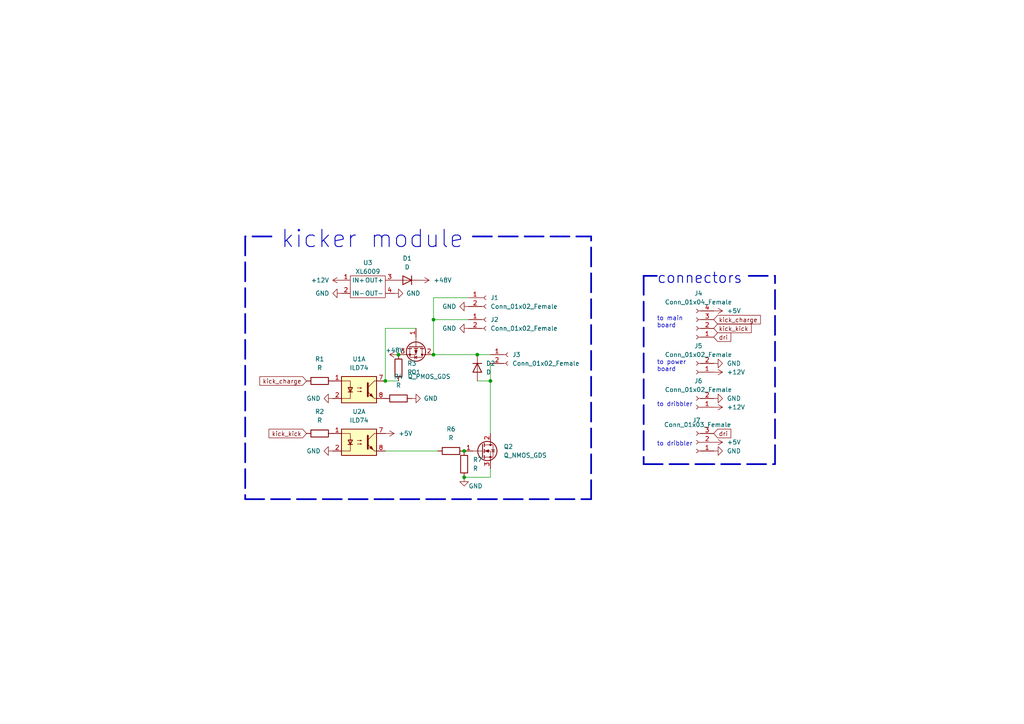
<source format=kicad_sch>
(kicad_sch (version 20211123) (generator eeschema)
  (paper "A4")
  (lib_symbols
    (symbol "Connector:Conn_01x02_Female" (pin_names (offset 1.016) hide)
      (property "Reference" "J" (at 0 2.54 0))
      (property "Value" "Conn_01x02_Female" (at 0 -5.08 0))
      (symbol "Conn_01x02_Female_1_1"
        (arc (start 0 -2.032) (mid -0.508 -2.54) (end 0 -3.048) (stroke (width 0.1524)))
        (polyline (pts (xy -1.27 -2.54) (xy -0.508 -2.54)) (stroke (width 0.1524)))
        (polyline (pts (xy -1.27 0) (xy -0.508 0)) (stroke (width 0.1524)))
        (arc (start 0 0.508) (mid -0.508 0) (end 0 -0.508) (stroke (width 0.1524)))
        (pin passive line (at -5.08 0 0) (length 3.81) (name "Pin_1") (number "1"))
        (pin passive line (at -5.08 -2.54 0) (length 3.81) (name "Pin_2") (number "2"))
      )
    )
    (symbol "Connector:Conn_01x03_Female" (pin_names (offset 1.016) hide)
      (property "Reference" "J" (at 0 5.08 0))
      (property "Value" "Conn_01x03_Female" (at 0 -5.08 0))
      (symbol "Conn_01x03_Female_1_1"
        (arc (start 0 -2.032) (mid -0.508 -2.54) (end 0 -3.048) (stroke (width 0.1524)))
        (polyline (pts (xy -1.27 -2.54) (xy -0.508 -2.54)) (stroke (width 0.1524)))
        (polyline (pts (xy -1.27 0) (xy -0.508 0)) (stroke (width 0.1524)))
        (polyline (pts (xy -1.27 2.54) (xy -0.508 2.54)) (stroke (width 0.1524)))
        (arc (start 0 0.508) (mid -0.508 0) (end 0 -0.508) (stroke (width 0.1524)))
        (arc (start 0 3.048) (mid -0.508 2.54) (end 0 2.032) (stroke (width 0.1524)))
        (pin passive line (at -5.08 2.54 0) (length 3.81) (name "Pin_1") (number "1"))
        (pin passive line (at -5.08 0 0) (length 3.81) (name "Pin_2") (number "2"))
        (pin passive line (at -5.08 -2.54 0) (length 3.81) (name "Pin_3") (number "3"))
      )
    )
    (symbol "Connector:Conn_01x04_Female" (pin_names (offset 1.016) hide)
      (property "Reference" "J" (at 0 5.08 0))
      (property "Value" "Conn_01x04_Female" (at 0 -7.62 0))
      (symbol "Conn_01x04_Female_1_1"
        (arc (start 0 -4.572) (mid -0.508 -5.08) (end 0 -5.588) (stroke (width 0.1524)))
        (arc (start 0 -2.032) (mid -0.508 -2.54) (end 0 -3.048) (stroke (width 0.1524)))
        (polyline (pts (xy -1.27 -5.08) (xy -0.508 -5.08)) (stroke (width 0.1524)))
        (polyline (pts (xy -1.27 -2.54) (xy -0.508 -2.54)) (stroke (width 0.1524)))
        (polyline (pts (xy -1.27 0) (xy -0.508 0)) (stroke (width 0.1524)))
        (polyline (pts (xy -1.27 2.54) (xy -0.508 2.54)) (stroke (width 0.1524)))
        (arc (start 0 0.508) (mid -0.508 0) (end 0 -0.508) (stroke (width 0.1524)))
        (arc (start 0 3.048) (mid -0.508 2.54) (end 0 2.032) (stroke (width 0.1524)))
        (pin passive line (at -5.08 2.54 0) (length 3.81) (name "Pin_1") (number "1"))
        (pin passive line (at -5.08 0 0) (length 3.81) (name "Pin_2") (number "2"))
        (pin passive line (at -5.08 -2.54 0) (length 3.81) (name "Pin_3") (number "3"))
        (pin passive line (at -5.08 -5.08 0) (length 3.81) (name "Pin_4") (number "4"))
      )
    )
    (symbol "Device:D" (pin_numbers hide) (pin_names (offset 1.016) hide)
      (property "Reference" "D" (at 0 2.54 0))
      (property "Value" "D" (at 0 -2.54 0))
      (symbol "D_0_1"
        (polyline (pts (xy -1.27 1.27) (xy -1.27 -1.27)) (stroke (width 0.254)))
        (polyline (pts (xy 1.27 0) (xy -1.27 0)))
        (polyline (pts (xy 1.27 1.27) (xy 1.27 -1.27) (xy -1.27 0) (xy 1.27 1.27)) (stroke (width 0.254)))
      )
      (symbol "D_1_1"
        (pin passive line (at -3.81 0 0) (length 2.54) (name "K") (number "1"))
        (pin passive line (at 3.81 0 180) (length 2.54) (name "A") (number "2"))
      )
    )
    (symbol "Device:Q_NMOS_GDS" (pin_names (offset 0) hide)
      (property "Reference" "Q" (at 5.08 1.27 0))
      (property "Value" "Q_NMOS_GDS" (at 5.08 -1.27 0))
      (symbol "Q_NMOS_GDS_0_1"
        (polyline (pts (xy 0.254 0) (xy -2.54 0)))
        (polyline (pts (xy 0.254 1.905) (xy 0.254 -1.905)) (stroke (width 0.254)))
        (polyline (pts (xy 0.762 -1.27) (xy 0.762 -2.286)) (stroke (width 0.254)))
        (polyline (pts (xy 0.762 0.508) (xy 0.762 -0.508)) (stroke (width 0.254)))
        (polyline (pts (xy 0.762 2.286) (xy 0.762 1.27)) (stroke (width 0.254)))
        (polyline (pts (xy 2.54 2.54) (xy 2.54 1.778)))
        (polyline (pts (xy 2.54 -2.54) (xy 2.54 0) (xy 0.762 0)))
        (polyline (pts (xy 0.762 -1.778) (xy 3.302 -1.778) (xy 3.302 1.778) (xy 0.762 1.778)))
        (polyline (pts (xy 1.016 0) (xy 2.032 0.381) (xy 2.032 -0.381) (xy 1.016 0)) (fill (type outline)))
        (polyline (pts (xy 2.794 0.508) (xy 2.921 0.381) (xy 3.683 0.381) (xy 3.81 0.254)))
        (polyline (pts (xy 3.302 0.381) (xy 2.921 -0.254) (xy 3.683 -0.254) (xy 3.302 0.381)))
        (circle (center 1.651 0) (radius 2.794) (stroke (width 0.254)))
        (circle (center 2.54 -1.778) (radius 0.254) (fill (type outline)))
        (circle (center 2.54 1.778) (radius 0.254) (fill (type outline)))
      )
      (symbol "Q_NMOS_GDS_1_1"
        (pin input line (at -5.08 0 0) (length 2.54) (name "G") (number "1"))
        (pin passive line (at 2.54 5.08 270) (length 2.54) (name "D") (number "2"))
        (pin passive line (at 2.54 -5.08 90) (length 2.54) (name "S") (number "3"))
      )
    )
    (symbol "Device:Q_PMOS_GDS" (pin_names (offset 0) hide)
      (property "Reference" "Q" (at 5.08 1.27 0))
      (property "Value" "Q_PMOS_GDS" (at 5.08 -1.27 0))
      (symbol "Q_PMOS_GDS_0_1"
        (polyline (pts (xy 0.254 0) (xy -2.54 0)))
        (polyline (pts (xy 0.254 1.905) (xy 0.254 -1.905)) (stroke (width 0.254)))
        (polyline (pts (xy 0.762 -1.27) (xy 0.762 -2.286)) (stroke (width 0.254)))
        (polyline (pts (xy 0.762 0.508) (xy 0.762 -0.508)) (stroke (width 0.254)))
        (polyline (pts (xy 0.762 2.286) (xy 0.762 1.27)) (stroke (width 0.254)))
        (polyline (pts (xy 2.54 2.54) (xy 2.54 1.778)))
        (polyline (pts (xy 2.54 -2.54) (xy 2.54 0) (xy 0.762 0)))
        (polyline (pts (xy 0.762 1.778) (xy 3.302 1.778) (xy 3.302 -1.778) (xy 0.762 -1.778)))
        (polyline (pts (xy 2.286 0) (xy 1.27 0.381) (xy 1.27 -0.381) (xy 2.286 0)) (fill (type outline)))
        (polyline (pts (xy 2.794 -0.508) (xy 2.921 -0.381) (xy 3.683 -0.381) (xy 3.81 -0.254)))
        (polyline (pts (xy 3.302 -0.381) (xy 2.921 0.254) (xy 3.683 0.254) (xy 3.302 -0.381)))
        (circle (center 1.651 0) (radius 2.794) (stroke (width 0.254)))
        (circle (center 2.54 -1.778) (radius 0.254) (fill (type outline)))
        (circle (center 2.54 1.778) (radius 0.254) (fill (type outline)))
      )
      (symbol "Q_PMOS_GDS_1_1"
        (pin input line (at -5.08 0 0) (length 2.54) (name "G") (number "1"))
        (pin passive line (at 2.54 5.08 270) (length 2.54) (name "D") (number "2"))
        (pin passive line (at 2.54 -5.08 90) (length 2.54) (name "S") (number "3"))
      )
    )
    (symbol "Device:R" (pin_numbers hide) (pin_names (offset 0))
      (property "Reference" "R" (at 2.032 0 90))
      (property "Value" "R" (at 0 0 90))
      (symbol "R_0_1"
        (rectangle (start -1.016 -2.54) (end 1.016 2.54) (stroke (width 0.254)))
      )
      (symbol "R_1_1"
        (pin passive line (at 0 3.81 270) (length 1.27) (name "~") (number "1"))
        (pin passive line (at 0 -3.81 90) (length 1.27) (name "~") (number "2"))
      )
    )
    (symbol "Isolator:ILD74" (pin_names (offset 1.016))
      (property "Reference" "U" (at -5.08 5.08 0))
      (property "Value" "ILD74" (at 0 5.08 0))
      (symbol "ILD74_0_1"
        (rectangle (start -5.08 3.81) (end 5.08 -3.81) (stroke (width 0.254)) (fill (type background)))
        (polyline (pts (xy -3.175 -0.635) (xy -1.905 -0.635)) (stroke (width 0.254)))
        (polyline (pts (xy 2.54 0.635) (xy 4.445 2.54)))
        (polyline (pts (xy 4.445 -2.54) (xy 2.54 -0.635)) (fill (type outline)))
        (polyline (pts (xy 4.445 -2.54) (xy 5.08 -2.54)))
        (polyline (pts (xy 4.445 2.54) (xy 5.08 2.54)))
        (polyline (pts (xy -5.08 2.54) (xy -2.54 2.54) (xy -2.54 0.635)))
        (polyline (pts (xy 2.54 1.905) (xy 2.54 -1.905) (xy 2.54 -1.905)) (stroke (width 0.508)))
        (polyline (pts (xy -2.54 -0.635) (xy -3.175 0.635) (xy -1.905 0.635) (xy -2.54 -0.635)) (stroke (width 0.254)))
        (polyline (pts (xy -2.54 -0.635) (xy -2.54 1.27) (xy -2.54 -2.54) (xy -5.08 -2.54)))
        (polyline (pts (xy -0.508 -0.508) (xy 0.762 -0.508) (xy 0.381 -0.635) (xy 0.381 -0.381) (xy 0.762 -0.508)))
        (polyline (pts (xy -0.508 0.508) (xy 0.762 0.508) (xy 0.381 0.381) (xy 0.381 0.635) (xy 0.762 0.508)))
        (polyline (pts (xy 3.048 -1.651) (xy 3.556 -1.143) (xy 4.064 -2.159) (xy 3.048 -1.651) (xy 3.048 -1.651)) (fill (type outline)))
      )
      (symbol "ILD74_1_1"
        (pin passive line (at -7.62 2.54 0) (length 2.54) (name "~") (number "1"))
        (pin passive line (at -7.62 -2.54 0) (length 2.54) (name "~") (number "2"))
        (pin passive line (at 7.62 2.54 180) (length 2.54) (name "~") (number "7"))
        (pin passive line (at 7.62 -2.54 180) (length 2.54) (name "~") (number "8"))
      )
      (symbol "ILD74_2_1"
        (pin passive line (at -7.62 -2.54 0) (length 2.54) (name "~") (number "3"))
        (pin passive line (at -7.62 2.54 0) (length 2.54) (name "~") (number "4"))
        (pin passive line (at 7.62 -2.54 180) (length 2.54) (name "~") (number "5"))
        (pin passive line (at 7.62 2.54 180) (length 2.54) (name "~") (number "6"))
      )
    )
    (symbol "XL6009:XL6009"
      (property "Reference" "U" (at 0 1.27 0))
      (property "Value" "XL6009" (at 0 -1.27 0))
      (symbol "XL6009_0_1"
        (rectangle (start -5.08 -2.54) (end 5.08 -8.89))
        (rectangle (start 19.05 6.35) (end 19.05 6.35))
      )
      (symbol "XL6009_1_1"
        (pin input line (at -7.62 -3.81 0) (length 2.54) (name "IN+") (number "1"))
        (pin input line (at -7.62 -7.62 0) (length 2.54) (name "IN-") (number "2"))
        (pin input line (at 7.62 -3.81 180) (length 2.54) (name "OUT+") (number "3"))
        (pin input line (at 7.62 -7.62 180) (length 2.54) (name "OUT-") (number "4"))
      )
    )
    (symbol "power:+12V" (power) (pin_names (offset 0))
      (property "Value" "+12V" (at 0 3.556 0))
      (symbol "+12V_0_1"
        (polyline (pts (xy -0.762 1.27) (xy 0 2.54)))
        (polyline (pts (xy 0 0) (xy 0 2.54)))
        (polyline (pts (xy 0 2.54) (xy 0.762 1.27)))
      )
      (symbol "+12V_1_1"
        (pin power_in line (at 0 0 90) (length 0) hide (name "+12V") (number "1"))
      )
    )
    (symbol "power:+48V" (power) (pin_names (offset 0))
      (property "Value" "+48V" (at 0 3.556 0))
      (symbol "+48V_0_1"
        (polyline (pts (xy -0.762 1.27) (xy 0 2.54)))
        (polyline (pts (xy 0 0) (xy 0 2.54)))
        (polyline (pts (xy 0 2.54) (xy 0.762 1.27)))
      )
      (symbol "+48V_1_1"
        (pin power_in line (at 0 0 90) (length 0) hide (name "+48V") (number "1"))
      )
    )
    (symbol "power:+5V" (power) (pin_names (offset 0))
      (property "Value" "+5V" (at 0 3.556 0))
      (symbol "+5V_0_1"
        (polyline (pts (xy -0.762 1.27) (xy 0 2.54)))
        (polyline (pts (xy 0 0) (xy 0 2.54)))
        (polyline (pts (xy 0 2.54) (xy 0.762 1.27)))
      )
      (symbol "+5V_1_1"
        (pin power_in line (at 0 0 90) (length 0) hide (name "+5V") (number "1"))
      )
    )
    (symbol "power:GND" (power) (pin_names (offset 0))
      (property "Value" "GND" (at 0 -3.81 0))
      (symbol "GND_0_1"
        (polyline (pts (xy 0 0) (xy 0 -1.27) (xy 1.27 -1.27) (xy 0 -2.54) (xy -1.27 -1.27) (xy 0 -1.27)))
      )
      (symbol "GND_1_1"
        (pin power_in line (at 0 0 270) (length 0) hide (name "GND") (number "1"))
      )
    )
  )
  (junction (at 111.76 110.49))
  (junction (at 125.73 102.87))
  (junction (at 138.43 102.87))
  (junction (at 134.62 138.43))
  (junction (at 142.24 110.49))
  (junction (at 115.57 102.87))
  (junction (at 134.62 130.81))
  (junction (at 125.73 92.71))
  (wire (pts (xy 125.73 92.71) (xy 125.73 102.87)))
  (wire (pts (xy 111.76 95.25) (xy 111.76 110.49)))
  (wire (pts (xy 127 130.81) (xy 111.76 130.81)))
  (polyline (pts (xy 137.16 68.58) (xy 171.45 68.58)) (stroke (width 0.5)))
  (polyline (pts (xy 186.69 80.01) (xy 186.69 134.62)) (stroke (width 0.5)))
  (wire (pts (xy 142.24 125.73) (xy 142.24 110.49)))
  (wire (pts (xy 120.65 95.25) (xy 111.76 95.25)))
  (polyline (pts (xy 224.79 134.62) (xy 224.79 80.01)) (stroke (width 0.5)))
  (polyline (pts (xy 217.17 80.01) (xy 224.79 80.01)) (stroke (width 0.5)))
  (polyline (pts (xy 190.5 80.01) (xy 186.69 80.01)) (stroke (width 0.5)))
  (wire (pts (xy 125.73 92.71) (xy 135.89 92.71)))
  (wire (pts (xy 142.24 110.49) (xy 142.24 105.41)))
  (wire (pts (xy 138.43 110.49) (xy 142.24 110.49)))
  (polyline (pts (xy 71.12 68.58) (xy 71.12 144.78)) (stroke (width 0.5)))
  (wire (pts (xy 135.89 86.36) (xy 125.73 86.36)))
  (wire (pts (xy 125.73 86.36) (xy 125.73 92.71)))
  (wire (pts (xy 115.57 110.49) (xy 111.76 110.49)))
  (polyline (pts (xy 186.69 134.62) (xy 224.79 134.62)) (stroke (width 0.5)))
  (wire (pts (xy 142.24 102.87) (xy 138.43 102.87)))
  (wire (pts (xy 138.43 102.87) (xy 125.73 102.87)))
  (polyline (pts (xy 71.12 144.78) (xy 171.45 144.78)) (stroke (width 0.5)))
  (polyline (pts (xy 171.45 144.78) (xy 171.45 68.58)) (stroke (width 0.5)))
  (wire (pts (xy 142.24 138.43) (xy 142.24 135.89)))
  (wire (pts (xy 134.62 138.43) (xy 142.24 138.43)))
  (polyline (pts (xy 78.74 68.58) (xy 71.12 68.58)) (stroke (width 0.5)))
  (text "to dribbler" (at 190.5 129.54 0) (effects (font (size 1.27 1.27)) (justify left bottom)))
  (text "kicker module" (at 81.28 72.39 0) (effects (font (size 5 5) (thickness 0.254) bold) (justify left bottom)))
  (text "to main\nboard" (at 190.5 95.25 0) (effects (font (size 1.27 1.27)) (justify left bottom)))
  (text "connectors" (at 190.5 82.55 0) (effects (font (size 3 3) (thickness 0.254) bold) (justify left bottom)))
  (text "to dribbler" (at 190.5 118.11 0) (effects (font (size 1.27 1.27)) (justify left bottom)))
  (text "to power\nboard" (at 190.5 107.95 0) (effects (font (size 1.27 1.27)) (justify left bottom)))
  (global_label "kick_charge" (shape input) (at 207.01 92.71 0) (property "Intersheet References" "${INTERSHEET_REFS}" (effects hide)))
  (global_label "kick_kick" (shape input) (at 207.01 95.25 0) (property "Intersheet References" "${INTERSHEET_REFS}" (effects hide)))
  (global_label "dri" (shape input) (at 207.01 125.73 0) (property "Intersheet References" "${INTERSHEET_REFS}" (effects hide)))
  (global_label "kick_kick" (shape input) (at 88.9 125.73 180) (property "Intersheet References" "${INTERSHEET_REFS}" (effects hide)))
  (global_label "dri" (shape input) (at 207.01 97.79 0) (property "Intersheet References" "${INTERSHEET_REFS}" (effects hide)))
  (global_label "kick_charge" (shape input) (at 88.9 110.49 180) (property "Intersheet References" "${INTERSHEET_REFS}" (effects hide)))
  (symbol (lib_id "power:+5V") (at 207.01 128.27 270) (unit 1)
    (property "Reference" "#PWR0114" (effects hide))
    (property "Value" "+5V" (at 210.82 128.2699 90) (effects (justify left)))
  )
  (symbol (lib_id "power:GND") (at 135.89 88.9 270) (unit 1)
    (property "Reference" "#PWR0104" (effects hide))
    (property "Value" "GND" (at 128.27 88.9 90) (effects (justify left)))
  )
  (symbol (lib_id "Device:Q_NMOS_GDS") (at 139.7 130.81 0) (unit 1)
    (property "Reference" "Q2" (at 146.05 129.5399 0) (effects (justify left)))
    (property "Value" "Q_NMOS_GDS" (at 146.05 132.0799 0) (effects (justify left)))
    (property "Footprint" "KiCAD_library:Pch MOSFET" (effects hide))
  )
  (symbol (lib_id "Device:R") (at 92.71 125.73 90) (unit 1)
    (property "Reference" "R2" (at 92.71 119.38 90))
    (property "Value" "R" (at 92.71 121.92 90))
    (property "Footprint" "Resistor_THT:R_Axial_DIN0207_L6.3mm_D2.5mm_P7.62mm_Horizontal" (effects hide))
  )
  (symbol (lib_id "power:GND") (at 207.01 130.81 90) (unit 1)
    (property "Reference" "#PWR0115" (effects hide))
    (property "Value" "GND" (at 210.82 130.8099 90) (effects (justify right)))
  )
  (symbol (lib_id "Device:R") (at 115.57 106.68 180) (unit 1)
    (property "Reference" "R3" (at 118.11 105.4099 0) (effects (justify right)))
    (property "Value" "R" (at 118.11 107.9499 0) (effects (justify right)))
    (property "Footprint" "Resistor_THT:R_Axial_DIN0207_L6.3mm_D2.5mm_P7.62mm_Horizontal" (effects hide))
  )
  (symbol (lib_id "Device:R") (at 130.81 130.81 90) (unit 1)
    (property "Reference" "R6" (at 130.81 124.46 90))
    (property "Value" "R" (at 130.81 127 90))
    (property "Footprint" "Resistor_THT:R_Axial_DIN0207_L6.3mm_D2.5mm_P7.62mm_Horizontal" (effects hide))
  )
  (symbol (lib_id "power:+5V") (at 207.01 90.17 270) (unit 1)
    (property "Reference" "#PWR0117" (effects hide))
    (property "Value" "+5V" (at 210.82 90.1699 90) (effects (justify left)))
  )
  (symbol (lib_id "Connector:Conn_01x02_Female") (at 140.97 92.71 0) (unit 1)
    (property "Reference" "J2" (at 142.24 92.7099 0) (effects (justify left)))
    (property "Value" "Conn_01x02_Female" (at 142.24 95.2499 0) (effects (justify left)))
    (property "Footprint" "Connector_JST:JST_XH_B2B-XH-A_1x02_P2.50mm_Vertical" (effects hide))
  )
  (symbol (lib_id "power:+48V") (at 121.92 81.28 270) (unit 1)
    (property "Reference" "#PWR0108" (effects hide))
    (property "Value" "+48V" (at 125.73 81.2799 90) (effects (justify left)))
  )
  (symbol (lib_id "power:+5V") (at 111.76 125.73 270) (unit 1)
    (property "Reference" "#PWR0111" (effects hide))
    (property "Value" "+5V" (at 115.57 125.7299 90) (effects (justify left)))
  )
  (symbol (lib_id "power:GND") (at 207.01 115.57 90) (unit 1)
    (property "Reference" "#PWR?" (effects hide))
    (property "Value" "GND" (at 210.82 115.5699 90) (effects (justify right)))
  )
  (symbol (lib_id "Isolator:ILD74") (at 104.14 128.27 0) (unit 1)
    (property "Reference" "U2" (at 104.14 119.38 0))
    (property "Value" "ILD74" (at 104.14 121.92 0))
    (property "Footprint" "KiCAD_library:フォトカプラー" (effects hide))
    (property "Datasheet" "https://www.vishay.com/docs/83640/ild74.pdf" (effects hide))
  )
  (symbol (lib_id "power:GND") (at 134.62 138.43 0) (unit 1)
    (property "Reference" "#PWR0112" (effects hide))
    (property "Value" "GND" (at 135.89 140.97 0) (effects (justify left)))
  )
  (symbol (lib_id "power:GND") (at 96.52 115.57 270) (unit 1)
    (property "Reference" "#PWR0105" (effects hide))
    (property "Value" "GND" (at 88.9 115.57 90) (effects (justify left)))
  )
  (symbol (lib_id "Connector:Conn_01x02_Female") (at 201.93 118.11 180) (unit 1)
    (property "Reference" "J6" (at 202.565 110.49 0))
    (property "Value" "Conn_01x02_Female" (at 202.565 113.03 0))
    (property "Footprint" "Connector_JST:JST_XH_B2B-XH-A_1x02_P2.50mm_Vertical" (effects hide))
  )
  (symbol (lib_id "Device:R") (at 92.71 110.49 90) (unit 1)
    (property "Reference" "R1" (at 92.71 104.14 90))
    (property "Value" "R" (at 92.71 106.68 90))
    (property "Footprint" "Resistor_THT:R_Axial_DIN0207_L6.3mm_D2.5mm_P7.62mm_Horizontal" (effects hide))
  )
  (symbol (lib_id "power:GND") (at 99.06 85.09 270) (unit 1)
    (property "Reference" "#PWR0110" (effects hide))
    (property "Value" "GND" (at 91.44 85.09 90) (effects (justify left)))
  )
  (symbol (lib_id "Device:R") (at 134.62 134.62 180) (unit 1)
    (property "Reference" "R7" (at 137.16 133.3499 0) (effects (justify right)))
    (property "Value" "R" (at 137.16 135.8899 0) (effects (justify right)))
    (property "Footprint" "Resistor_THT:R_Axial_DIN0207_L6.3mm_D2.5mm_P7.62mm_Horizontal" (effects hide))
  )
  (symbol (lib_id "Connector:Conn_01x02_Female") (at 140.97 86.36 0) (unit 1)
    (property "Reference" "J1" (at 142.24 86.3599 0) (effects (justify left)))
    (property "Value" "Conn_01x02_Female" (at 142.24 88.8999 0) (effects (justify left)))
    (property "Footprint" "Connector_JST:JST_XH_B2B-XH-A_1x02_P2.50mm_Vertical" (effects hide))
  )
  (symbol (lib_id "power:GND") (at 114.3 85.09 90) (unit 1)
    (property "Reference" "#PWR0107" (effects hide))
    (property "Value" "GND" (at 121.92 85.09 90) (effects (justify left)))
  )
  (symbol (lib_id "power:GND") (at 135.89 95.25 270) (unit 1)
    (property "Reference" "#PWR0103" (effects hide))
    (property "Value" "GND" (at 128.27 95.25 90) (effects (justify left)))
  )
  (symbol (lib_id "Isolator:ILD74") (at 104.14 113.03 0) (unit 1)
    (property "Reference" "U1" (at 104.14 104.14 0))
    (property "Value" "ILD74" (at 104.14 106.68 0))
    (property "Footprint" "KiCAD_library:フォトカプラー" (effects hide))
    (property "Datasheet" "https://www.vishay.com/docs/83640/ild74.pdf" (effects hide))
  )
  (symbol (lib_id "Connector:Conn_01x02_Female") (at 201.93 107.95 180) (unit 1)
    (property "Reference" "J5" (at 202.565 100.33 0))
    (property "Value" "Conn_01x02_Female" (at 202.565 102.87 0))
    (property "Footprint" "Connector_JST:JST_XH_B2B-XH-A_1x02_P2.50mm_Vertical" (effects hide))
  )
  (symbol (lib_id "Device:D") (at 118.11 81.28 180) (unit 1)
    (property "Reference" "D1" (at 118.11 74.93 0))
    (property "Value" "D" (at 118.11 77.47 0))
    (property "Footprint" "Diode_THT:D_5W_P12.70mm_Horizontal" (effects hide))
  )
  (symbol (lib_id "power:+48V") (at 115.57 102.87 90) (unit 1)
    (property "Reference" "#PWR0101" (effects hide))
    (property "Value" "+48V" (at 111.76 101.6 90) (effects (justify right)))
  )
  (symbol (lib_id "Device:D") (at 138.43 106.68 270) (unit 1)
    (property "Reference" "D2" (at 140.97 105.4099 90) (effects (justify left)))
    (property "Value" "D" (at 140.97 107.9499 90) (effects (justify left)))
    (property "Footprint" "Diode_THT:D_5W_P12.70mm_Horizontal" (effects hide))
  )
  (symbol (lib_id "power:+12V") (at 99.06 81.28 90) (unit 1)
    (property "Reference" "#PWR0109" (effects hide))
    (property "Value" "+12V" (at 90.17 81.28 90) (effects (justify right)))
  )
  (symbol (lib_id "Connector:Conn_01x04_Female") (at 201.93 95.25 180) (unit 1)
    (property "Reference" "J4" (at 202.565 85.09 0))
    (property "Value" "Conn_01x04_Female" (at 202.565 87.63 0))
    (property "Footprint" "Connector_JST:JST_XH_B4B-XH-A_1x04_P2.50mm_Vertical" (effects hide))
  )
  (symbol (lib_id "power:GND") (at 119.38 115.57 90) (unit 1)
    (property "Reference" "#PWR0102" (effects hide))
    (property "Value" "GND" (at 127 115.57 90) (effects (justify left)))
  )
  (symbol (lib_id "Connector:Conn_01x03_Female") (at 201.93 128.27 180) (unit 1)
    (property "Reference" "J7" (at 203.2 121.92 0) (effects (justify left)))
    (property "Value" "Conn_01x03_Female" (at 212.09 123.19 0) (effects (justify left)))
    (property "Footprint" "Connector_JST:JST_XH_B3B-XH-A_1x03_P2.50mm_Vertical" (effects hide))
  )
  (symbol (lib_id "Connector:Conn_01x02_Female") (at 147.32 102.87 0) (unit 1)
    (property "Reference" "J3" (at 148.59 102.8699 0) (effects (justify left)))
    (property "Value" "Conn_01x02_Female" (at 148.59 105.4099 0) (effects (justify left)))
    (property "Footprint" "Connector_JST:JST_XH_B2B-XH-A_1x02_P2.50mm_Vertical" (effects hide))
  )
  (symbol (lib_id "Device:R") (at 115.57 115.57 90) (unit 1)
    (property "Reference" "R4" (at 115.57 109.22 90))
    (property "Value" "R" (at 115.57 111.76 90))
    (property "Footprint" "Resistor_THT:R_Axial_DIN0207_L6.3mm_D2.5mm_P7.62mm_Horizontal" (effects hide))
  )
  (symbol (lib_id "power:GND") (at 96.52 130.81 270) (unit 1)
    (property "Reference" "#PWR0106" (effects hide))
    (property "Value" "GND" (at 88.9 130.81 90) (effects (justify left)))
  )
  (symbol (lib_id "power:GND") (at 207.01 105.41 90) (unit 1)
    (property "Reference" "#PWR?" (effects hide))
    (property "Value" "GND" (at 210.82 105.4099 90) (effects (justify right)))
  )
  (symbol (lib_id "power:+12V") (at 207.01 107.95 270) (unit 1)
    (property "Reference" "#PWR?" (effects hide))
    (property "Value" "+12V" (at 210.82 107.9499 90) (effects (justify left)))
  )
  (symbol (lib_id "power:+12V") (at 207.01 118.11 270) (unit 1)
    (property "Reference" "#PWR?" (effects hide))
    (property "Value" "+12V" (at 210.82 118.1099 90) (effects (justify left)))
  )
  (symbol (lib_id "XL6009:XL6009") (at 106.68 77.47 0) (unit 1)
    (property "Reference" "U3" (at 106.68 76.2 0))
    (property "Value" "XL6009" (at 106.68 78.74 0))
    (property "Footprint" "XL6009:XL6009" (effects hide))
  )
  (symbol (lib_id "Device:Q_PMOS_GDS") (at 120.65 100.33 270) (unit 1)
    (property "Reference" "Q1" (at 120.65 107.95 90))
    (property "Value" "Q_PMOS_GDS" (at 124.46 109.22 90))
    (property "Footprint" "KiCAD_library:Pch MOSFET" (effects hide))
  )
)
</source>
